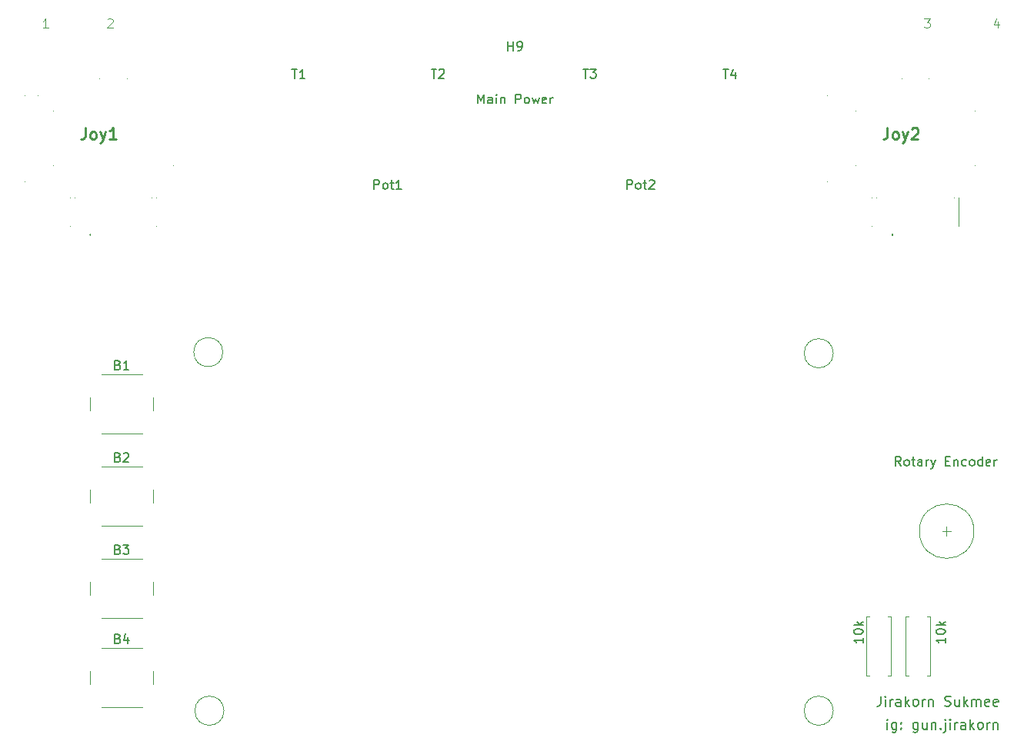
<source format=gbr>
%TF.GenerationSoftware,KiCad,Pcbnew,8.0.6*%
%TF.CreationDate,2024-11-18T15:04:43+07:00*%
%TF.ProjectId,RC-Transmitter,52432d54-7261-46e7-936d-69747465722e,V1.02*%
%TF.SameCoordinates,Original*%
%TF.FileFunction,Legend,Top*%
%TF.FilePolarity,Positive*%
%FSLAX46Y46*%
G04 Gerber Fmt 4.6, Leading zero omitted, Abs format (unit mm)*
G04 Created by KiCad (PCBNEW 8.0.6) date 2024-11-18 15:04:43*
%MOMM*%
%LPD*%
G01*
G04 APERTURE LIST*
%ADD10C,0.150000*%
%ADD11C,0.100000*%
%ADD12C,0.254000*%
%ADD13C,0.120000*%
%ADD14C,0.200000*%
G04 APERTURE END LIST*
D10*
X181317698Y-137577080D02*
X181317698Y-138362795D01*
X181317698Y-138362795D02*
X181265317Y-138519938D01*
X181265317Y-138519938D02*
X181160555Y-138624700D01*
X181160555Y-138624700D02*
X181003412Y-138677080D01*
X181003412Y-138677080D02*
X180898650Y-138677080D01*
X181841507Y-138677080D02*
X181841507Y-137943747D01*
X181841507Y-137577080D02*
X181789126Y-137629461D01*
X181789126Y-137629461D02*
X181841507Y-137681842D01*
X181841507Y-137681842D02*
X181893888Y-137629461D01*
X181893888Y-137629461D02*
X181841507Y-137577080D01*
X181841507Y-137577080D02*
X181841507Y-137681842D01*
X182365317Y-138677080D02*
X182365317Y-137943747D01*
X182365317Y-138153271D02*
X182417698Y-138048509D01*
X182417698Y-138048509D02*
X182470079Y-137996128D01*
X182470079Y-137996128D02*
X182574841Y-137943747D01*
X182574841Y-137943747D02*
X182679603Y-137943747D01*
X183517698Y-138677080D02*
X183517698Y-138100890D01*
X183517698Y-138100890D02*
X183465317Y-137996128D01*
X183465317Y-137996128D02*
X183360555Y-137943747D01*
X183360555Y-137943747D02*
X183151031Y-137943747D01*
X183151031Y-137943747D02*
X183046269Y-137996128D01*
X183517698Y-138624700D02*
X183412936Y-138677080D01*
X183412936Y-138677080D02*
X183151031Y-138677080D01*
X183151031Y-138677080D02*
X183046269Y-138624700D01*
X183046269Y-138624700D02*
X182993888Y-138519938D01*
X182993888Y-138519938D02*
X182993888Y-138415176D01*
X182993888Y-138415176D02*
X183046269Y-138310414D01*
X183046269Y-138310414D02*
X183151031Y-138258033D01*
X183151031Y-138258033D02*
X183412936Y-138258033D01*
X183412936Y-138258033D02*
X183517698Y-138205652D01*
X184041507Y-138677080D02*
X184041507Y-137577080D01*
X184146269Y-138258033D02*
X184460555Y-138677080D01*
X184460555Y-137943747D02*
X184041507Y-138362795D01*
X185089126Y-138677080D02*
X184984364Y-138624700D01*
X184984364Y-138624700D02*
X184931983Y-138572319D01*
X184931983Y-138572319D02*
X184879602Y-138467557D01*
X184879602Y-138467557D02*
X184879602Y-138153271D01*
X184879602Y-138153271D02*
X184931983Y-138048509D01*
X184931983Y-138048509D02*
X184984364Y-137996128D01*
X184984364Y-137996128D02*
X185089126Y-137943747D01*
X185089126Y-137943747D02*
X185246269Y-137943747D01*
X185246269Y-137943747D02*
X185351031Y-137996128D01*
X185351031Y-137996128D02*
X185403412Y-138048509D01*
X185403412Y-138048509D02*
X185455793Y-138153271D01*
X185455793Y-138153271D02*
X185455793Y-138467557D01*
X185455793Y-138467557D02*
X185403412Y-138572319D01*
X185403412Y-138572319D02*
X185351031Y-138624700D01*
X185351031Y-138624700D02*
X185246269Y-138677080D01*
X185246269Y-138677080D02*
X185089126Y-138677080D01*
X185927221Y-138677080D02*
X185927221Y-137943747D01*
X185927221Y-138153271D02*
X185979602Y-138048509D01*
X185979602Y-138048509D02*
X186031983Y-137996128D01*
X186031983Y-137996128D02*
X186136745Y-137943747D01*
X186136745Y-137943747D02*
X186241507Y-137943747D01*
X186608173Y-137943747D02*
X186608173Y-138677080D01*
X186608173Y-138048509D02*
X186660554Y-137996128D01*
X186660554Y-137996128D02*
X186765316Y-137943747D01*
X186765316Y-137943747D02*
X186922459Y-137943747D01*
X186922459Y-137943747D02*
X187027221Y-137996128D01*
X187027221Y-137996128D02*
X187079602Y-138100890D01*
X187079602Y-138100890D02*
X187079602Y-138677080D01*
X188389125Y-138624700D02*
X188546268Y-138677080D01*
X188546268Y-138677080D02*
X188808173Y-138677080D01*
X188808173Y-138677080D02*
X188912935Y-138624700D01*
X188912935Y-138624700D02*
X188965316Y-138572319D01*
X188965316Y-138572319D02*
X189017697Y-138467557D01*
X189017697Y-138467557D02*
X189017697Y-138362795D01*
X189017697Y-138362795D02*
X188965316Y-138258033D01*
X188965316Y-138258033D02*
X188912935Y-138205652D01*
X188912935Y-138205652D02*
X188808173Y-138153271D01*
X188808173Y-138153271D02*
X188598649Y-138100890D01*
X188598649Y-138100890D02*
X188493887Y-138048509D01*
X188493887Y-138048509D02*
X188441506Y-137996128D01*
X188441506Y-137996128D02*
X188389125Y-137891366D01*
X188389125Y-137891366D02*
X188389125Y-137786604D01*
X188389125Y-137786604D02*
X188441506Y-137681842D01*
X188441506Y-137681842D02*
X188493887Y-137629461D01*
X188493887Y-137629461D02*
X188598649Y-137577080D01*
X188598649Y-137577080D02*
X188860554Y-137577080D01*
X188860554Y-137577080D02*
X189017697Y-137629461D01*
X189960554Y-137943747D02*
X189960554Y-138677080D01*
X189489125Y-137943747D02*
X189489125Y-138519938D01*
X189489125Y-138519938D02*
X189541506Y-138624700D01*
X189541506Y-138624700D02*
X189646268Y-138677080D01*
X189646268Y-138677080D02*
X189803411Y-138677080D01*
X189803411Y-138677080D02*
X189908173Y-138624700D01*
X189908173Y-138624700D02*
X189960554Y-138572319D01*
X190484363Y-138677080D02*
X190484363Y-137577080D01*
X190589125Y-138258033D02*
X190903411Y-138677080D01*
X190903411Y-137943747D02*
X190484363Y-138362795D01*
X191374839Y-138677080D02*
X191374839Y-137943747D01*
X191374839Y-138048509D02*
X191427220Y-137996128D01*
X191427220Y-137996128D02*
X191531982Y-137943747D01*
X191531982Y-137943747D02*
X191689125Y-137943747D01*
X191689125Y-137943747D02*
X191793887Y-137996128D01*
X191793887Y-137996128D02*
X191846268Y-138100890D01*
X191846268Y-138100890D02*
X191846268Y-138677080D01*
X191846268Y-138100890D02*
X191898649Y-137996128D01*
X191898649Y-137996128D02*
X192003411Y-137943747D01*
X192003411Y-137943747D02*
X192160554Y-137943747D01*
X192160554Y-137943747D02*
X192265315Y-137996128D01*
X192265315Y-137996128D02*
X192317696Y-138100890D01*
X192317696Y-138100890D02*
X192317696Y-138677080D01*
X193260554Y-138624700D02*
X193155792Y-138677080D01*
X193155792Y-138677080D02*
X192946268Y-138677080D01*
X192946268Y-138677080D02*
X192841506Y-138624700D01*
X192841506Y-138624700D02*
X192789125Y-138519938D01*
X192789125Y-138519938D02*
X192789125Y-138100890D01*
X192789125Y-138100890D02*
X192841506Y-137996128D01*
X192841506Y-137996128D02*
X192946268Y-137943747D01*
X192946268Y-137943747D02*
X193155792Y-137943747D01*
X193155792Y-137943747D02*
X193260554Y-137996128D01*
X193260554Y-137996128D02*
X193312935Y-138100890D01*
X193312935Y-138100890D02*
X193312935Y-138205652D01*
X193312935Y-138205652D02*
X192789125Y-138310414D01*
X194203411Y-138624700D02*
X194098649Y-138677080D01*
X194098649Y-138677080D02*
X193889125Y-138677080D01*
X193889125Y-138677080D02*
X193784363Y-138624700D01*
X193784363Y-138624700D02*
X193731982Y-138519938D01*
X193731982Y-138519938D02*
X193731982Y-138100890D01*
X193731982Y-138100890D02*
X193784363Y-137996128D01*
X193784363Y-137996128D02*
X193889125Y-137943747D01*
X193889125Y-137943747D02*
X194098649Y-137943747D01*
X194098649Y-137943747D02*
X194203411Y-137996128D01*
X194203411Y-137996128D02*
X194255792Y-138100890D01*
X194255792Y-138100890D02*
X194255792Y-138205652D01*
X194255792Y-138205652D02*
X193731982Y-138310414D01*
X182051029Y-141217080D02*
X182051029Y-140483747D01*
X182051029Y-140117080D02*
X181998648Y-140169461D01*
X181998648Y-140169461D02*
X182051029Y-140221842D01*
X182051029Y-140221842D02*
X182103410Y-140169461D01*
X182103410Y-140169461D02*
X182051029Y-140117080D01*
X182051029Y-140117080D02*
X182051029Y-140221842D01*
X183046268Y-140483747D02*
X183046268Y-141374223D01*
X183046268Y-141374223D02*
X182993887Y-141478985D01*
X182993887Y-141478985D02*
X182941506Y-141531366D01*
X182941506Y-141531366D02*
X182836744Y-141583747D01*
X182836744Y-141583747D02*
X182679601Y-141583747D01*
X182679601Y-141583747D02*
X182574839Y-141531366D01*
X183046268Y-141164700D02*
X182941506Y-141217080D01*
X182941506Y-141217080D02*
X182731982Y-141217080D01*
X182731982Y-141217080D02*
X182627220Y-141164700D01*
X182627220Y-141164700D02*
X182574839Y-141112319D01*
X182574839Y-141112319D02*
X182522458Y-141007557D01*
X182522458Y-141007557D02*
X182522458Y-140693271D01*
X182522458Y-140693271D02*
X182574839Y-140588509D01*
X182574839Y-140588509D02*
X182627220Y-140536128D01*
X182627220Y-140536128D02*
X182731982Y-140483747D01*
X182731982Y-140483747D02*
X182941506Y-140483747D01*
X182941506Y-140483747D02*
X183046268Y-140536128D01*
X183570077Y-141112319D02*
X183622458Y-141164700D01*
X183622458Y-141164700D02*
X183570077Y-141217080D01*
X183570077Y-141217080D02*
X183517696Y-141164700D01*
X183517696Y-141164700D02*
X183570077Y-141112319D01*
X183570077Y-141112319D02*
X183570077Y-141217080D01*
X183570077Y-140536128D02*
X183622458Y-140588509D01*
X183622458Y-140588509D02*
X183570077Y-140640890D01*
X183570077Y-140640890D02*
X183517696Y-140588509D01*
X183517696Y-140588509D02*
X183570077Y-140536128D01*
X183570077Y-140536128D02*
X183570077Y-140640890D01*
X185403411Y-140483747D02*
X185403411Y-141374223D01*
X185403411Y-141374223D02*
X185351030Y-141478985D01*
X185351030Y-141478985D02*
X185298649Y-141531366D01*
X185298649Y-141531366D02*
X185193887Y-141583747D01*
X185193887Y-141583747D02*
X185036744Y-141583747D01*
X185036744Y-141583747D02*
X184931982Y-141531366D01*
X185403411Y-141164700D02*
X185298649Y-141217080D01*
X185298649Y-141217080D02*
X185089125Y-141217080D01*
X185089125Y-141217080D02*
X184984363Y-141164700D01*
X184984363Y-141164700D02*
X184931982Y-141112319D01*
X184931982Y-141112319D02*
X184879601Y-141007557D01*
X184879601Y-141007557D02*
X184879601Y-140693271D01*
X184879601Y-140693271D02*
X184931982Y-140588509D01*
X184931982Y-140588509D02*
X184984363Y-140536128D01*
X184984363Y-140536128D02*
X185089125Y-140483747D01*
X185089125Y-140483747D02*
X185298649Y-140483747D01*
X185298649Y-140483747D02*
X185403411Y-140536128D01*
X186398649Y-140483747D02*
X186398649Y-141217080D01*
X185927220Y-140483747D02*
X185927220Y-141059938D01*
X185927220Y-141059938D02*
X185979601Y-141164700D01*
X185979601Y-141164700D02*
X186084363Y-141217080D01*
X186084363Y-141217080D02*
X186241506Y-141217080D01*
X186241506Y-141217080D02*
X186346268Y-141164700D01*
X186346268Y-141164700D02*
X186398649Y-141112319D01*
X186922458Y-140483747D02*
X186922458Y-141217080D01*
X186922458Y-140588509D02*
X186974839Y-140536128D01*
X186974839Y-140536128D02*
X187079601Y-140483747D01*
X187079601Y-140483747D02*
X187236744Y-140483747D01*
X187236744Y-140483747D02*
X187341506Y-140536128D01*
X187341506Y-140536128D02*
X187393887Y-140640890D01*
X187393887Y-140640890D02*
X187393887Y-141217080D01*
X187917696Y-141112319D02*
X187970077Y-141164700D01*
X187970077Y-141164700D02*
X187917696Y-141217080D01*
X187917696Y-141217080D02*
X187865315Y-141164700D01*
X187865315Y-141164700D02*
X187917696Y-141112319D01*
X187917696Y-141112319D02*
X187917696Y-141217080D01*
X188441506Y-140483747D02*
X188441506Y-141426604D01*
X188441506Y-141426604D02*
X188389125Y-141531366D01*
X188389125Y-141531366D02*
X188284363Y-141583747D01*
X188284363Y-141583747D02*
X188231982Y-141583747D01*
X188441506Y-140117080D02*
X188389125Y-140169461D01*
X188389125Y-140169461D02*
X188441506Y-140221842D01*
X188441506Y-140221842D02*
X188493887Y-140169461D01*
X188493887Y-140169461D02*
X188441506Y-140117080D01*
X188441506Y-140117080D02*
X188441506Y-140221842D01*
X188965316Y-141217080D02*
X188965316Y-140483747D01*
X188965316Y-140117080D02*
X188912935Y-140169461D01*
X188912935Y-140169461D02*
X188965316Y-140221842D01*
X188965316Y-140221842D02*
X189017697Y-140169461D01*
X189017697Y-140169461D02*
X188965316Y-140117080D01*
X188965316Y-140117080D02*
X188965316Y-140221842D01*
X189489126Y-141217080D02*
X189489126Y-140483747D01*
X189489126Y-140693271D02*
X189541507Y-140588509D01*
X189541507Y-140588509D02*
X189593888Y-140536128D01*
X189593888Y-140536128D02*
X189698650Y-140483747D01*
X189698650Y-140483747D02*
X189803412Y-140483747D01*
X190641507Y-141217080D02*
X190641507Y-140640890D01*
X190641507Y-140640890D02*
X190589126Y-140536128D01*
X190589126Y-140536128D02*
X190484364Y-140483747D01*
X190484364Y-140483747D02*
X190274840Y-140483747D01*
X190274840Y-140483747D02*
X190170078Y-140536128D01*
X190641507Y-141164700D02*
X190536745Y-141217080D01*
X190536745Y-141217080D02*
X190274840Y-141217080D01*
X190274840Y-141217080D02*
X190170078Y-141164700D01*
X190170078Y-141164700D02*
X190117697Y-141059938D01*
X190117697Y-141059938D02*
X190117697Y-140955176D01*
X190117697Y-140955176D02*
X190170078Y-140850414D01*
X190170078Y-140850414D02*
X190274840Y-140798033D01*
X190274840Y-140798033D02*
X190536745Y-140798033D01*
X190536745Y-140798033D02*
X190641507Y-140745652D01*
X191165316Y-141217080D02*
X191165316Y-140117080D01*
X191270078Y-140798033D02*
X191584364Y-141217080D01*
X191584364Y-140483747D02*
X191165316Y-140902795D01*
X192212935Y-141217080D02*
X192108173Y-141164700D01*
X192108173Y-141164700D02*
X192055792Y-141112319D01*
X192055792Y-141112319D02*
X192003411Y-141007557D01*
X192003411Y-141007557D02*
X192003411Y-140693271D01*
X192003411Y-140693271D02*
X192055792Y-140588509D01*
X192055792Y-140588509D02*
X192108173Y-140536128D01*
X192108173Y-140536128D02*
X192212935Y-140483747D01*
X192212935Y-140483747D02*
X192370078Y-140483747D01*
X192370078Y-140483747D02*
X192474840Y-140536128D01*
X192474840Y-140536128D02*
X192527221Y-140588509D01*
X192527221Y-140588509D02*
X192579602Y-140693271D01*
X192579602Y-140693271D02*
X192579602Y-141007557D01*
X192579602Y-141007557D02*
X192527221Y-141112319D01*
X192527221Y-141112319D02*
X192474840Y-141164700D01*
X192474840Y-141164700D02*
X192370078Y-141217080D01*
X192370078Y-141217080D02*
X192212935Y-141217080D01*
X193051030Y-141217080D02*
X193051030Y-140483747D01*
X193051030Y-140693271D02*
X193103411Y-140588509D01*
X193103411Y-140588509D02*
X193155792Y-140536128D01*
X193155792Y-140536128D02*
X193260554Y-140483747D01*
X193260554Y-140483747D02*
X193365316Y-140483747D01*
X193731982Y-140483747D02*
X193731982Y-141217080D01*
X193731982Y-140588509D02*
X193784363Y-140536128D01*
X193784363Y-140536128D02*
X193889125Y-140483747D01*
X193889125Y-140483747D02*
X194046268Y-140483747D01*
X194046268Y-140483747D02*
X194151030Y-140536128D01*
X194151030Y-140536128D02*
X194203411Y-140640890D01*
X194203411Y-140640890D02*
X194203411Y-141217080D01*
X116525383Y-68549439D02*
X117096811Y-68549439D01*
X116811097Y-69549439D02*
X116811097Y-68549439D01*
X117953954Y-69549439D02*
X117382526Y-69549439D01*
X117668240Y-69549439D02*
X117668240Y-68549439D01*
X117668240Y-68549439D02*
X117573002Y-68692296D01*
X117573002Y-68692296D02*
X117477764Y-68787534D01*
X117477764Y-68787534D02*
X117382526Y-68835153D01*
X183539427Y-112214819D02*
X183206094Y-111738628D01*
X182967999Y-112214819D02*
X182967999Y-111214819D01*
X182967999Y-111214819D02*
X183348951Y-111214819D01*
X183348951Y-111214819D02*
X183444189Y-111262438D01*
X183444189Y-111262438D02*
X183491808Y-111310057D01*
X183491808Y-111310057D02*
X183539427Y-111405295D01*
X183539427Y-111405295D02*
X183539427Y-111548152D01*
X183539427Y-111548152D02*
X183491808Y-111643390D01*
X183491808Y-111643390D02*
X183444189Y-111691009D01*
X183444189Y-111691009D02*
X183348951Y-111738628D01*
X183348951Y-111738628D02*
X182967999Y-111738628D01*
X184110856Y-112214819D02*
X184015618Y-112167200D01*
X184015618Y-112167200D02*
X183967999Y-112119580D01*
X183967999Y-112119580D02*
X183920380Y-112024342D01*
X183920380Y-112024342D02*
X183920380Y-111738628D01*
X183920380Y-111738628D02*
X183967999Y-111643390D01*
X183967999Y-111643390D02*
X184015618Y-111595771D01*
X184015618Y-111595771D02*
X184110856Y-111548152D01*
X184110856Y-111548152D02*
X184253713Y-111548152D01*
X184253713Y-111548152D02*
X184348951Y-111595771D01*
X184348951Y-111595771D02*
X184396570Y-111643390D01*
X184396570Y-111643390D02*
X184444189Y-111738628D01*
X184444189Y-111738628D02*
X184444189Y-112024342D01*
X184444189Y-112024342D02*
X184396570Y-112119580D01*
X184396570Y-112119580D02*
X184348951Y-112167200D01*
X184348951Y-112167200D02*
X184253713Y-112214819D01*
X184253713Y-112214819D02*
X184110856Y-112214819D01*
X184729904Y-111548152D02*
X185110856Y-111548152D01*
X184872761Y-111214819D02*
X184872761Y-112071961D01*
X184872761Y-112071961D02*
X184920380Y-112167200D01*
X184920380Y-112167200D02*
X185015618Y-112214819D01*
X185015618Y-112214819D02*
X185110856Y-112214819D01*
X185872761Y-112214819D02*
X185872761Y-111691009D01*
X185872761Y-111691009D02*
X185825142Y-111595771D01*
X185825142Y-111595771D02*
X185729904Y-111548152D01*
X185729904Y-111548152D02*
X185539428Y-111548152D01*
X185539428Y-111548152D02*
X185444190Y-111595771D01*
X185872761Y-112167200D02*
X185777523Y-112214819D01*
X185777523Y-112214819D02*
X185539428Y-112214819D01*
X185539428Y-112214819D02*
X185444190Y-112167200D01*
X185444190Y-112167200D02*
X185396571Y-112071961D01*
X185396571Y-112071961D02*
X185396571Y-111976723D01*
X185396571Y-111976723D02*
X185444190Y-111881485D01*
X185444190Y-111881485D02*
X185539428Y-111833866D01*
X185539428Y-111833866D02*
X185777523Y-111833866D01*
X185777523Y-111833866D02*
X185872761Y-111786247D01*
X186348952Y-112214819D02*
X186348952Y-111548152D01*
X186348952Y-111738628D02*
X186396571Y-111643390D01*
X186396571Y-111643390D02*
X186444190Y-111595771D01*
X186444190Y-111595771D02*
X186539428Y-111548152D01*
X186539428Y-111548152D02*
X186634666Y-111548152D01*
X186872762Y-111548152D02*
X187110857Y-112214819D01*
X187348952Y-111548152D02*
X187110857Y-112214819D01*
X187110857Y-112214819D02*
X187015619Y-112452914D01*
X187015619Y-112452914D02*
X186968000Y-112500533D01*
X186968000Y-112500533D02*
X186872762Y-112548152D01*
X188491810Y-111691009D02*
X188825143Y-111691009D01*
X188968000Y-112214819D02*
X188491810Y-112214819D01*
X188491810Y-112214819D02*
X188491810Y-111214819D01*
X188491810Y-111214819D02*
X188968000Y-111214819D01*
X189396572Y-111548152D02*
X189396572Y-112214819D01*
X189396572Y-111643390D02*
X189444191Y-111595771D01*
X189444191Y-111595771D02*
X189539429Y-111548152D01*
X189539429Y-111548152D02*
X189682286Y-111548152D01*
X189682286Y-111548152D02*
X189777524Y-111595771D01*
X189777524Y-111595771D02*
X189825143Y-111691009D01*
X189825143Y-111691009D02*
X189825143Y-112214819D01*
X190729905Y-112167200D02*
X190634667Y-112214819D01*
X190634667Y-112214819D02*
X190444191Y-112214819D01*
X190444191Y-112214819D02*
X190348953Y-112167200D01*
X190348953Y-112167200D02*
X190301334Y-112119580D01*
X190301334Y-112119580D02*
X190253715Y-112024342D01*
X190253715Y-112024342D02*
X190253715Y-111738628D01*
X190253715Y-111738628D02*
X190301334Y-111643390D01*
X190301334Y-111643390D02*
X190348953Y-111595771D01*
X190348953Y-111595771D02*
X190444191Y-111548152D01*
X190444191Y-111548152D02*
X190634667Y-111548152D01*
X190634667Y-111548152D02*
X190729905Y-111595771D01*
X191301334Y-112214819D02*
X191206096Y-112167200D01*
X191206096Y-112167200D02*
X191158477Y-112119580D01*
X191158477Y-112119580D02*
X191110858Y-112024342D01*
X191110858Y-112024342D02*
X191110858Y-111738628D01*
X191110858Y-111738628D02*
X191158477Y-111643390D01*
X191158477Y-111643390D02*
X191206096Y-111595771D01*
X191206096Y-111595771D02*
X191301334Y-111548152D01*
X191301334Y-111548152D02*
X191444191Y-111548152D01*
X191444191Y-111548152D02*
X191539429Y-111595771D01*
X191539429Y-111595771D02*
X191587048Y-111643390D01*
X191587048Y-111643390D02*
X191634667Y-111738628D01*
X191634667Y-111738628D02*
X191634667Y-112024342D01*
X191634667Y-112024342D02*
X191587048Y-112119580D01*
X191587048Y-112119580D02*
X191539429Y-112167200D01*
X191539429Y-112167200D02*
X191444191Y-112214819D01*
X191444191Y-112214819D02*
X191301334Y-112214819D01*
X192491810Y-112214819D02*
X192491810Y-111214819D01*
X192491810Y-112167200D02*
X192396572Y-112214819D01*
X192396572Y-112214819D02*
X192206096Y-112214819D01*
X192206096Y-112214819D02*
X192110858Y-112167200D01*
X192110858Y-112167200D02*
X192063239Y-112119580D01*
X192063239Y-112119580D02*
X192015620Y-112024342D01*
X192015620Y-112024342D02*
X192015620Y-111738628D01*
X192015620Y-111738628D02*
X192063239Y-111643390D01*
X192063239Y-111643390D02*
X192110858Y-111595771D01*
X192110858Y-111595771D02*
X192206096Y-111548152D01*
X192206096Y-111548152D02*
X192396572Y-111548152D01*
X192396572Y-111548152D02*
X192491810Y-111595771D01*
X193348953Y-112167200D02*
X193253715Y-112214819D01*
X193253715Y-112214819D02*
X193063239Y-112214819D01*
X193063239Y-112214819D02*
X192968001Y-112167200D01*
X192968001Y-112167200D02*
X192920382Y-112071961D01*
X192920382Y-112071961D02*
X192920382Y-111691009D01*
X192920382Y-111691009D02*
X192968001Y-111595771D01*
X192968001Y-111595771D02*
X193063239Y-111548152D01*
X193063239Y-111548152D02*
X193253715Y-111548152D01*
X193253715Y-111548152D02*
X193348953Y-111595771D01*
X193348953Y-111595771D02*
X193396572Y-111691009D01*
X193396572Y-111691009D02*
X193396572Y-111786247D01*
X193396572Y-111786247D02*
X192920382Y-111881485D01*
X193825144Y-112214819D02*
X193825144Y-111548152D01*
X193825144Y-111738628D02*
X193872763Y-111643390D01*
X193872763Y-111643390D02*
X193920382Y-111595771D01*
X193920382Y-111595771D02*
X194015620Y-111548152D01*
X194015620Y-111548152D02*
X194110858Y-111548152D01*
X179356364Y-131151238D02*
X179356364Y-131722666D01*
X179356364Y-131436952D02*
X178356364Y-131436952D01*
X178356364Y-131436952D02*
X178499221Y-131532190D01*
X178499221Y-131532190D02*
X178594459Y-131627428D01*
X178594459Y-131627428D02*
X178642078Y-131722666D01*
X178356364Y-130532190D02*
X178356364Y-130436952D01*
X178356364Y-130436952D02*
X178403983Y-130341714D01*
X178403983Y-130341714D02*
X178451602Y-130294095D01*
X178451602Y-130294095D02*
X178546840Y-130246476D01*
X178546840Y-130246476D02*
X178737316Y-130198857D01*
X178737316Y-130198857D02*
X178975411Y-130198857D01*
X178975411Y-130198857D02*
X179165887Y-130246476D01*
X179165887Y-130246476D02*
X179261125Y-130294095D01*
X179261125Y-130294095D02*
X179308745Y-130341714D01*
X179308745Y-130341714D02*
X179356364Y-130436952D01*
X179356364Y-130436952D02*
X179356364Y-130532190D01*
X179356364Y-130532190D02*
X179308745Y-130627428D01*
X179308745Y-130627428D02*
X179261125Y-130675047D01*
X179261125Y-130675047D02*
X179165887Y-130722666D01*
X179165887Y-130722666D02*
X178975411Y-130770285D01*
X178975411Y-130770285D02*
X178737316Y-130770285D01*
X178737316Y-130770285D02*
X178546840Y-130722666D01*
X178546840Y-130722666D02*
X178451602Y-130675047D01*
X178451602Y-130675047D02*
X178403983Y-130627428D01*
X178403983Y-130627428D02*
X178356364Y-130532190D01*
X179356364Y-129770285D02*
X178356364Y-129770285D01*
X178975411Y-129675047D02*
X179356364Y-129389333D01*
X178689697Y-129389333D02*
X179070649Y-129770285D01*
X97385238Y-121411009D02*
X97528095Y-121458628D01*
X97528095Y-121458628D02*
X97575714Y-121506247D01*
X97575714Y-121506247D02*
X97623333Y-121601485D01*
X97623333Y-121601485D02*
X97623333Y-121744342D01*
X97623333Y-121744342D02*
X97575714Y-121839580D01*
X97575714Y-121839580D02*
X97528095Y-121887200D01*
X97528095Y-121887200D02*
X97432857Y-121934819D01*
X97432857Y-121934819D02*
X97051905Y-121934819D01*
X97051905Y-121934819D02*
X97051905Y-120934819D01*
X97051905Y-120934819D02*
X97385238Y-120934819D01*
X97385238Y-120934819D02*
X97480476Y-120982438D01*
X97480476Y-120982438D02*
X97528095Y-121030057D01*
X97528095Y-121030057D02*
X97575714Y-121125295D01*
X97575714Y-121125295D02*
X97575714Y-121220533D01*
X97575714Y-121220533D02*
X97528095Y-121315771D01*
X97528095Y-121315771D02*
X97480476Y-121363390D01*
X97480476Y-121363390D02*
X97385238Y-121411009D01*
X97385238Y-121411009D02*
X97051905Y-121411009D01*
X97956667Y-120934819D02*
X98575714Y-120934819D01*
X98575714Y-120934819D02*
X98242381Y-121315771D01*
X98242381Y-121315771D02*
X98385238Y-121315771D01*
X98385238Y-121315771D02*
X98480476Y-121363390D01*
X98480476Y-121363390D02*
X98528095Y-121411009D01*
X98528095Y-121411009D02*
X98575714Y-121506247D01*
X98575714Y-121506247D02*
X98575714Y-121744342D01*
X98575714Y-121744342D02*
X98528095Y-121839580D01*
X98528095Y-121839580D02*
X98480476Y-121887200D01*
X98480476Y-121887200D02*
X98385238Y-121934819D01*
X98385238Y-121934819D02*
X98099524Y-121934819D01*
X98099524Y-121934819D02*
X98004286Y-121887200D01*
X98004286Y-121887200D02*
X97956667Y-121839580D01*
X140300015Y-66494819D02*
X140300015Y-65494819D01*
X140300015Y-65971009D02*
X140871443Y-65971009D01*
X140871443Y-66494819D02*
X140871443Y-65494819D01*
X141395253Y-66494819D02*
X141585729Y-66494819D01*
X141585729Y-66494819D02*
X141680967Y-66447200D01*
X141680967Y-66447200D02*
X141728586Y-66399580D01*
X141728586Y-66399580D02*
X141823824Y-66256723D01*
X141823824Y-66256723D02*
X141871443Y-66066247D01*
X141871443Y-66066247D02*
X141871443Y-65685295D01*
X141871443Y-65685295D02*
X141823824Y-65590057D01*
X141823824Y-65590057D02*
X141776205Y-65542438D01*
X141776205Y-65542438D02*
X141680967Y-65494819D01*
X141680967Y-65494819D02*
X141490491Y-65494819D01*
X141490491Y-65494819D02*
X141395253Y-65542438D01*
X141395253Y-65542438D02*
X141347634Y-65590057D01*
X141347634Y-65590057D02*
X141300015Y-65685295D01*
X141300015Y-65685295D02*
X141300015Y-65923390D01*
X141300015Y-65923390D02*
X141347634Y-66018628D01*
X141347634Y-66018628D02*
X141395253Y-66066247D01*
X141395253Y-66066247D02*
X141490491Y-66113866D01*
X141490491Y-66113866D02*
X141680967Y-66113866D01*
X141680967Y-66113866D02*
X141776205Y-66066247D01*
X141776205Y-66066247D02*
X141823824Y-66018628D01*
X141823824Y-66018628D02*
X141871443Y-65923390D01*
X148564297Y-68511579D02*
X149135725Y-68511579D01*
X148850011Y-69511579D02*
X148850011Y-68511579D01*
X149373821Y-68511579D02*
X149992868Y-68511579D01*
X149992868Y-68511579D02*
X149659535Y-68892531D01*
X149659535Y-68892531D02*
X149802392Y-68892531D01*
X149802392Y-68892531D02*
X149897630Y-68940150D01*
X149897630Y-68940150D02*
X149945249Y-68987769D01*
X149945249Y-68987769D02*
X149992868Y-69083007D01*
X149992868Y-69083007D02*
X149992868Y-69321102D01*
X149992868Y-69321102D02*
X149945249Y-69416340D01*
X149945249Y-69416340D02*
X149897630Y-69463960D01*
X149897630Y-69463960D02*
X149802392Y-69511579D01*
X149802392Y-69511579D02*
X149516678Y-69511579D01*
X149516678Y-69511579D02*
X149421440Y-69463960D01*
X149421440Y-69463960D02*
X149373821Y-69416340D01*
D11*
X96234286Y-63052657D02*
X96281905Y-63005038D01*
X96281905Y-63005038D02*
X96377143Y-62957419D01*
X96377143Y-62957419D02*
X96615238Y-62957419D01*
X96615238Y-62957419D02*
X96710476Y-63005038D01*
X96710476Y-63005038D02*
X96758095Y-63052657D01*
X96758095Y-63052657D02*
X96805714Y-63147895D01*
X96805714Y-63147895D02*
X96805714Y-63243133D01*
X96805714Y-63243133D02*
X96758095Y-63385990D01*
X96758095Y-63385990D02*
X96186667Y-63957419D01*
X96186667Y-63957419D02*
X96805714Y-63957419D01*
D10*
X97385238Y-131231009D02*
X97528095Y-131278628D01*
X97528095Y-131278628D02*
X97575714Y-131326247D01*
X97575714Y-131326247D02*
X97623333Y-131421485D01*
X97623333Y-131421485D02*
X97623333Y-131564342D01*
X97623333Y-131564342D02*
X97575714Y-131659580D01*
X97575714Y-131659580D02*
X97528095Y-131707200D01*
X97528095Y-131707200D02*
X97432857Y-131754819D01*
X97432857Y-131754819D02*
X97051905Y-131754819D01*
X97051905Y-131754819D02*
X97051905Y-130754819D01*
X97051905Y-130754819D02*
X97385238Y-130754819D01*
X97385238Y-130754819D02*
X97480476Y-130802438D01*
X97480476Y-130802438D02*
X97528095Y-130850057D01*
X97528095Y-130850057D02*
X97575714Y-130945295D01*
X97575714Y-130945295D02*
X97575714Y-131040533D01*
X97575714Y-131040533D02*
X97528095Y-131135771D01*
X97528095Y-131135771D02*
X97480476Y-131183390D01*
X97480476Y-131183390D02*
X97385238Y-131231009D01*
X97385238Y-131231009D02*
X97051905Y-131231009D01*
X98480476Y-131088152D02*
X98480476Y-131754819D01*
X98242381Y-130707200D02*
X98004286Y-131421485D01*
X98004286Y-131421485D02*
X98623333Y-131421485D01*
X97385238Y-111251009D02*
X97528095Y-111298628D01*
X97528095Y-111298628D02*
X97575714Y-111346247D01*
X97575714Y-111346247D02*
X97623333Y-111441485D01*
X97623333Y-111441485D02*
X97623333Y-111584342D01*
X97623333Y-111584342D02*
X97575714Y-111679580D01*
X97575714Y-111679580D02*
X97528095Y-111727200D01*
X97528095Y-111727200D02*
X97432857Y-111774819D01*
X97432857Y-111774819D02*
X97051905Y-111774819D01*
X97051905Y-111774819D02*
X97051905Y-110774819D01*
X97051905Y-110774819D02*
X97385238Y-110774819D01*
X97385238Y-110774819D02*
X97480476Y-110822438D01*
X97480476Y-110822438D02*
X97528095Y-110870057D01*
X97528095Y-110870057D02*
X97575714Y-110965295D01*
X97575714Y-110965295D02*
X97575714Y-111060533D01*
X97575714Y-111060533D02*
X97528095Y-111155771D01*
X97528095Y-111155771D02*
X97480476Y-111203390D01*
X97480476Y-111203390D02*
X97385238Y-111251009D01*
X97385238Y-111251009D02*
X97051905Y-111251009D01*
X98004286Y-110870057D02*
X98051905Y-110822438D01*
X98051905Y-110822438D02*
X98147143Y-110774819D01*
X98147143Y-110774819D02*
X98385238Y-110774819D01*
X98385238Y-110774819D02*
X98480476Y-110822438D01*
X98480476Y-110822438D02*
X98528095Y-110870057D01*
X98528095Y-110870057D02*
X98575714Y-110965295D01*
X98575714Y-110965295D02*
X98575714Y-111060533D01*
X98575714Y-111060533D02*
X98528095Y-111203390D01*
X98528095Y-111203390D02*
X97956667Y-111774819D01*
X97956667Y-111774819D02*
X98575714Y-111774819D01*
X97385238Y-101091009D02*
X97528095Y-101138628D01*
X97528095Y-101138628D02*
X97575714Y-101186247D01*
X97575714Y-101186247D02*
X97623333Y-101281485D01*
X97623333Y-101281485D02*
X97623333Y-101424342D01*
X97623333Y-101424342D02*
X97575714Y-101519580D01*
X97575714Y-101519580D02*
X97528095Y-101567200D01*
X97528095Y-101567200D02*
X97432857Y-101614819D01*
X97432857Y-101614819D02*
X97051905Y-101614819D01*
X97051905Y-101614819D02*
X97051905Y-100614819D01*
X97051905Y-100614819D02*
X97385238Y-100614819D01*
X97385238Y-100614819D02*
X97480476Y-100662438D01*
X97480476Y-100662438D02*
X97528095Y-100710057D01*
X97528095Y-100710057D02*
X97575714Y-100805295D01*
X97575714Y-100805295D02*
X97575714Y-100900533D01*
X97575714Y-100900533D02*
X97528095Y-100995771D01*
X97528095Y-100995771D02*
X97480476Y-101043390D01*
X97480476Y-101043390D02*
X97385238Y-101091009D01*
X97385238Y-101091009D02*
X97051905Y-101091009D01*
X98575714Y-101614819D02*
X98004286Y-101614819D01*
X98290000Y-101614819D02*
X98290000Y-100614819D01*
X98290000Y-100614819D02*
X98194762Y-100757676D01*
X98194762Y-100757676D02*
X98099524Y-100852914D01*
X98099524Y-100852914D02*
X98004286Y-100900533D01*
D11*
X89693714Y-63957419D02*
X89122286Y-63957419D01*
X89408000Y-63957419D02*
X89408000Y-62957419D01*
X89408000Y-62957419D02*
X89312762Y-63100276D01*
X89312762Y-63100276D02*
X89217524Y-63195514D01*
X89217524Y-63195514D02*
X89122286Y-63243133D01*
D10*
X136973911Y-72289181D02*
X136973911Y-71289181D01*
X136973911Y-71289181D02*
X137307244Y-72003466D01*
X137307244Y-72003466D02*
X137640577Y-71289181D01*
X137640577Y-71289181D02*
X137640577Y-72289181D01*
X138545339Y-72289181D02*
X138545339Y-71765371D01*
X138545339Y-71765371D02*
X138497720Y-71670133D01*
X138497720Y-71670133D02*
X138402482Y-71622514D01*
X138402482Y-71622514D02*
X138212006Y-71622514D01*
X138212006Y-71622514D02*
X138116768Y-71670133D01*
X138545339Y-72241562D02*
X138450101Y-72289181D01*
X138450101Y-72289181D02*
X138212006Y-72289181D01*
X138212006Y-72289181D02*
X138116768Y-72241562D01*
X138116768Y-72241562D02*
X138069149Y-72146323D01*
X138069149Y-72146323D02*
X138069149Y-72051085D01*
X138069149Y-72051085D02*
X138116768Y-71955847D01*
X138116768Y-71955847D02*
X138212006Y-71908228D01*
X138212006Y-71908228D02*
X138450101Y-71908228D01*
X138450101Y-71908228D02*
X138545339Y-71860609D01*
X139021530Y-72289181D02*
X139021530Y-71622514D01*
X139021530Y-71289181D02*
X138973911Y-71336800D01*
X138973911Y-71336800D02*
X139021530Y-71384419D01*
X139021530Y-71384419D02*
X139069149Y-71336800D01*
X139069149Y-71336800D02*
X139021530Y-71289181D01*
X139021530Y-71289181D02*
X139021530Y-71384419D01*
X139497720Y-71622514D02*
X139497720Y-72289181D01*
X139497720Y-71717752D02*
X139545339Y-71670133D01*
X139545339Y-71670133D02*
X139640577Y-71622514D01*
X139640577Y-71622514D02*
X139783434Y-71622514D01*
X139783434Y-71622514D02*
X139878672Y-71670133D01*
X139878672Y-71670133D02*
X139926291Y-71765371D01*
X139926291Y-71765371D02*
X139926291Y-72289181D01*
X141164387Y-72289181D02*
X141164387Y-71289181D01*
X141164387Y-71289181D02*
X141545339Y-71289181D01*
X141545339Y-71289181D02*
X141640577Y-71336800D01*
X141640577Y-71336800D02*
X141688196Y-71384419D01*
X141688196Y-71384419D02*
X141735815Y-71479657D01*
X141735815Y-71479657D02*
X141735815Y-71622514D01*
X141735815Y-71622514D02*
X141688196Y-71717752D01*
X141688196Y-71717752D02*
X141640577Y-71765371D01*
X141640577Y-71765371D02*
X141545339Y-71812990D01*
X141545339Y-71812990D02*
X141164387Y-71812990D01*
X142307244Y-72289181D02*
X142212006Y-72241562D01*
X142212006Y-72241562D02*
X142164387Y-72193942D01*
X142164387Y-72193942D02*
X142116768Y-72098704D01*
X142116768Y-72098704D02*
X142116768Y-71812990D01*
X142116768Y-71812990D02*
X142164387Y-71717752D01*
X142164387Y-71717752D02*
X142212006Y-71670133D01*
X142212006Y-71670133D02*
X142307244Y-71622514D01*
X142307244Y-71622514D02*
X142450101Y-71622514D01*
X142450101Y-71622514D02*
X142545339Y-71670133D01*
X142545339Y-71670133D02*
X142592958Y-71717752D01*
X142592958Y-71717752D02*
X142640577Y-71812990D01*
X142640577Y-71812990D02*
X142640577Y-72098704D01*
X142640577Y-72098704D02*
X142592958Y-72193942D01*
X142592958Y-72193942D02*
X142545339Y-72241562D01*
X142545339Y-72241562D02*
X142450101Y-72289181D01*
X142450101Y-72289181D02*
X142307244Y-72289181D01*
X142973911Y-71622514D02*
X143164387Y-72289181D01*
X143164387Y-72289181D02*
X143354863Y-71812990D01*
X143354863Y-71812990D02*
X143545339Y-72289181D01*
X143545339Y-72289181D02*
X143735815Y-71622514D01*
X144497720Y-72241562D02*
X144402482Y-72289181D01*
X144402482Y-72289181D02*
X144212006Y-72289181D01*
X144212006Y-72289181D02*
X144116768Y-72241562D01*
X144116768Y-72241562D02*
X144069149Y-72146323D01*
X144069149Y-72146323D02*
X144069149Y-71765371D01*
X144069149Y-71765371D02*
X144116768Y-71670133D01*
X144116768Y-71670133D02*
X144212006Y-71622514D01*
X144212006Y-71622514D02*
X144402482Y-71622514D01*
X144402482Y-71622514D02*
X144497720Y-71670133D01*
X144497720Y-71670133D02*
X144545339Y-71765371D01*
X144545339Y-71765371D02*
X144545339Y-71860609D01*
X144545339Y-71860609D02*
X144069149Y-71955847D01*
X144973911Y-72289181D02*
X144973911Y-71622514D01*
X144973911Y-71812990D02*
X145021530Y-71717752D01*
X145021530Y-71717752D02*
X145069149Y-71670133D01*
X145069149Y-71670133D02*
X145164387Y-71622514D01*
X145164387Y-71622514D02*
X145259625Y-71622514D01*
X163973192Y-68549439D02*
X164544620Y-68549439D01*
X164258906Y-69549439D02*
X164258906Y-68549439D01*
X165306525Y-68882772D02*
X165306525Y-69549439D01*
X165068430Y-68501820D02*
X164830335Y-69216105D01*
X164830335Y-69216105D02*
X165449382Y-69216105D01*
X125571809Y-81734819D02*
X125571809Y-80734819D01*
X125571809Y-80734819D02*
X125952761Y-80734819D01*
X125952761Y-80734819D02*
X126047999Y-80782438D01*
X126047999Y-80782438D02*
X126095618Y-80830057D01*
X126095618Y-80830057D02*
X126143237Y-80925295D01*
X126143237Y-80925295D02*
X126143237Y-81068152D01*
X126143237Y-81068152D02*
X126095618Y-81163390D01*
X126095618Y-81163390D02*
X126047999Y-81211009D01*
X126047999Y-81211009D02*
X125952761Y-81258628D01*
X125952761Y-81258628D02*
X125571809Y-81258628D01*
X126714666Y-81734819D02*
X126619428Y-81687200D01*
X126619428Y-81687200D02*
X126571809Y-81639580D01*
X126571809Y-81639580D02*
X126524190Y-81544342D01*
X126524190Y-81544342D02*
X126524190Y-81258628D01*
X126524190Y-81258628D02*
X126571809Y-81163390D01*
X126571809Y-81163390D02*
X126619428Y-81115771D01*
X126619428Y-81115771D02*
X126714666Y-81068152D01*
X126714666Y-81068152D02*
X126857523Y-81068152D01*
X126857523Y-81068152D02*
X126952761Y-81115771D01*
X126952761Y-81115771D02*
X127000380Y-81163390D01*
X127000380Y-81163390D02*
X127047999Y-81258628D01*
X127047999Y-81258628D02*
X127047999Y-81544342D01*
X127047999Y-81544342D02*
X127000380Y-81639580D01*
X127000380Y-81639580D02*
X126952761Y-81687200D01*
X126952761Y-81687200D02*
X126857523Y-81734819D01*
X126857523Y-81734819D02*
X126714666Y-81734819D01*
X127333714Y-81068152D02*
X127714666Y-81068152D01*
X127476571Y-80734819D02*
X127476571Y-81591961D01*
X127476571Y-81591961D02*
X127524190Y-81687200D01*
X127524190Y-81687200D02*
X127619428Y-81734819D01*
X127619428Y-81734819D02*
X127714666Y-81734819D01*
X128571809Y-81734819D02*
X128000381Y-81734819D01*
X128286095Y-81734819D02*
X128286095Y-80734819D01*
X128286095Y-80734819D02*
X128190857Y-80877676D01*
X128190857Y-80877676D02*
X128095619Y-80972914D01*
X128095619Y-80972914D02*
X128000381Y-81020533D01*
D11*
X186102667Y-62957419D02*
X186721714Y-62957419D01*
X186721714Y-62957419D02*
X186388381Y-63338371D01*
X186388381Y-63338371D02*
X186531238Y-63338371D01*
X186531238Y-63338371D02*
X186626476Y-63385990D01*
X186626476Y-63385990D02*
X186674095Y-63433609D01*
X186674095Y-63433609D02*
X186721714Y-63528847D01*
X186721714Y-63528847D02*
X186721714Y-63766942D01*
X186721714Y-63766942D02*
X186674095Y-63862180D01*
X186674095Y-63862180D02*
X186626476Y-63909800D01*
X186626476Y-63909800D02*
X186531238Y-63957419D01*
X186531238Y-63957419D02*
X186245524Y-63957419D01*
X186245524Y-63957419D02*
X186150286Y-63909800D01*
X186150286Y-63909800D02*
X186102667Y-63862180D01*
D10*
X131858559Y-68511579D02*
X132429987Y-68511579D01*
X132144273Y-69511579D02*
X132144273Y-68511579D01*
X132715702Y-68606817D02*
X132763321Y-68559198D01*
X132763321Y-68559198D02*
X132858559Y-68511579D01*
X132858559Y-68511579D02*
X133096654Y-68511579D01*
X133096654Y-68511579D02*
X133191892Y-68559198D01*
X133191892Y-68559198D02*
X133239511Y-68606817D01*
X133239511Y-68606817D02*
X133287130Y-68702055D01*
X133287130Y-68702055D02*
X133287130Y-68797293D01*
X133287130Y-68797293D02*
X133239511Y-68940150D01*
X133239511Y-68940150D02*
X132668083Y-69511579D01*
X132668083Y-69511579D02*
X133287130Y-69511579D01*
X153415809Y-81734819D02*
X153415809Y-80734819D01*
X153415809Y-80734819D02*
X153796761Y-80734819D01*
X153796761Y-80734819D02*
X153891999Y-80782438D01*
X153891999Y-80782438D02*
X153939618Y-80830057D01*
X153939618Y-80830057D02*
X153987237Y-80925295D01*
X153987237Y-80925295D02*
X153987237Y-81068152D01*
X153987237Y-81068152D02*
X153939618Y-81163390D01*
X153939618Y-81163390D02*
X153891999Y-81211009D01*
X153891999Y-81211009D02*
X153796761Y-81258628D01*
X153796761Y-81258628D02*
X153415809Y-81258628D01*
X154558666Y-81734819D02*
X154463428Y-81687200D01*
X154463428Y-81687200D02*
X154415809Y-81639580D01*
X154415809Y-81639580D02*
X154368190Y-81544342D01*
X154368190Y-81544342D02*
X154368190Y-81258628D01*
X154368190Y-81258628D02*
X154415809Y-81163390D01*
X154415809Y-81163390D02*
X154463428Y-81115771D01*
X154463428Y-81115771D02*
X154558666Y-81068152D01*
X154558666Y-81068152D02*
X154701523Y-81068152D01*
X154701523Y-81068152D02*
X154796761Y-81115771D01*
X154796761Y-81115771D02*
X154844380Y-81163390D01*
X154844380Y-81163390D02*
X154891999Y-81258628D01*
X154891999Y-81258628D02*
X154891999Y-81544342D01*
X154891999Y-81544342D02*
X154844380Y-81639580D01*
X154844380Y-81639580D02*
X154796761Y-81687200D01*
X154796761Y-81687200D02*
X154701523Y-81734819D01*
X154701523Y-81734819D02*
X154558666Y-81734819D01*
X155177714Y-81068152D02*
X155558666Y-81068152D01*
X155320571Y-80734819D02*
X155320571Y-81591961D01*
X155320571Y-81591961D02*
X155368190Y-81687200D01*
X155368190Y-81687200D02*
X155463428Y-81734819D01*
X155463428Y-81734819D02*
X155558666Y-81734819D01*
X155844381Y-80830057D02*
X155892000Y-80782438D01*
X155892000Y-80782438D02*
X155987238Y-80734819D01*
X155987238Y-80734819D02*
X156225333Y-80734819D01*
X156225333Y-80734819D02*
X156320571Y-80782438D01*
X156320571Y-80782438D02*
X156368190Y-80830057D01*
X156368190Y-80830057D02*
X156415809Y-80925295D01*
X156415809Y-80925295D02*
X156415809Y-81020533D01*
X156415809Y-81020533D02*
X156368190Y-81163390D01*
X156368190Y-81163390D02*
X155796762Y-81734819D01*
X155796762Y-81734819D02*
X156415809Y-81734819D01*
X188414819Y-131151238D02*
X188414819Y-131722666D01*
X188414819Y-131436952D02*
X187414819Y-131436952D01*
X187414819Y-131436952D02*
X187557676Y-131532190D01*
X187557676Y-131532190D02*
X187652914Y-131627428D01*
X187652914Y-131627428D02*
X187700533Y-131722666D01*
X187414819Y-130532190D02*
X187414819Y-130436952D01*
X187414819Y-130436952D02*
X187462438Y-130341714D01*
X187462438Y-130341714D02*
X187510057Y-130294095D01*
X187510057Y-130294095D02*
X187605295Y-130246476D01*
X187605295Y-130246476D02*
X187795771Y-130198857D01*
X187795771Y-130198857D02*
X188033866Y-130198857D01*
X188033866Y-130198857D02*
X188224342Y-130246476D01*
X188224342Y-130246476D02*
X188319580Y-130294095D01*
X188319580Y-130294095D02*
X188367200Y-130341714D01*
X188367200Y-130341714D02*
X188414819Y-130436952D01*
X188414819Y-130436952D02*
X188414819Y-130532190D01*
X188414819Y-130532190D02*
X188367200Y-130627428D01*
X188367200Y-130627428D02*
X188319580Y-130675047D01*
X188319580Y-130675047D02*
X188224342Y-130722666D01*
X188224342Y-130722666D02*
X188033866Y-130770285D01*
X188033866Y-130770285D02*
X187795771Y-130770285D01*
X187795771Y-130770285D02*
X187605295Y-130722666D01*
X187605295Y-130722666D02*
X187510057Y-130675047D01*
X187510057Y-130675047D02*
X187462438Y-130627428D01*
X187462438Y-130627428D02*
X187414819Y-130532190D01*
X188414819Y-129770285D02*
X187414819Y-129770285D01*
X188033866Y-129675047D02*
X188414819Y-129389333D01*
X187748152Y-129389333D02*
X188129104Y-129770285D01*
D12*
X93790333Y-74979318D02*
X93790333Y-75886461D01*
X93790333Y-75886461D02*
X93729856Y-76067889D01*
X93729856Y-76067889D02*
X93608904Y-76188842D01*
X93608904Y-76188842D02*
X93427475Y-76249318D01*
X93427475Y-76249318D02*
X93306523Y-76249318D01*
X94576523Y-76249318D02*
X94455571Y-76188842D01*
X94455571Y-76188842D02*
X94395094Y-76128365D01*
X94395094Y-76128365D02*
X94334618Y-76007413D01*
X94334618Y-76007413D02*
X94334618Y-75644556D01*
X94334618Y-75644556D02*
X94395094Y-75523603D01*
X94395094Y-75523603D02*
X94455571Y-75463127D01*
X94455571Y-75463127D02*
X94576523Y-75402651D01*
X94576523Y-75402651D02*
X94757952Y-75402651D01*
X94757952Y-75402651D02*
X94878904Y-75463127D01*
X94878904Y-75463127D02*
X94939380Y-75523603D01*
X94939380Y-75523603D02*
X94999856Y-75644556D01*
X94999856Y-75644556D02*
X94999856Y-76007413D01*
X94999856Y-76007413D02*
X94939380Y-76128365D01*
X94939380Y-76128365D02*
X94878904Y-76188842D01*
X94878904Y-76188842D02*
X94757952Y-76249318D01*
X94757952Y-76249318D02*
X94576523Y-76249318D01*
X95423190Y-75402651D02*
X95725571Y-76249318D01*
X96027952Y-75402651D02*
X95725571Y-76249318D01*
X95725571Y-76249318D02*
X95604619Y-76551699D01*
X95604619Y-76551699D02*
X95544142Y-76612175D01*
X95544142Y-76612175D02*
X95423190Y-76672651D01*
X97177000Y-76249318D02*
X96451285Y-76249318D01*
X96814142Y-76249318D02*
X96814142Y-74979318D01*
X96814142Y-74979318D02*
X96693190Y-75160746D01*
X96693190Y-75160746D02*
X96572238Y-75281699D01*
X96572238Y-75281699D02*
X96451285Y-75342175D01*
D11*
X194246476Y-63290752D02*
X194246476Y-63957419D01*
X194008381Y-62909800D02*
X193770286Y-63624085D01*
X193770286Y-63624085D02*
X194389333Y-63624085D01*
D12*
X182060333Y-74979318D02*
X182060333Y-75886461D01*
X182060333Y-75886461D02*
X181999856Y-76067889D01*
X181999856Y-76067889D02*
X181878904Y-76188842D01*
X181878904Y-76188842D02*
X181697475Y-76249318D01*
X181697475Y-76249318D02*
X181576523Y-76249318D01*
X182846523Y-76249318D02*
X182725571Y-76188842D01*
X182725571Y-76188842D02*
X182665094Y-76128365D01*
X182665094Y-76128365D02*
X182604618Y-76007413D01*
X182604618Y-76007413D02*
X182604618Y-75644556D01*
X182604618Y-75644556D02*
X182665094Y-75523603D01*
X182665094Y-75523603D02*
X182725571Y-75463127D01*
X182725571Y-75463127D02*
X182846523Y-75402651D01*
X182846523Y-75402651D02*
X183027952Y-75402651D01*
X183027952Y-75402651D02*
X183148904Y-75463127D01*
X183148904Y-75463127D02*
X183209380Y-75523603D01*
X183209380Y-75523603D02*
X183269856Y-75644556D01*
X183269856Y-75644556D02*
X183269856Y-76007413D01*
X183269856Y-76007413D02*
X183209380Y-76128365D01*
X183209380Y-76128365D02*
X183148904Y-76188842D01*
X183148904Y-76188842D02*
X183027952Y-76249318D01*
X183027952Y-76249318D02*
X182846523Y-76249318D01*
X183693190Y-75402651D02*
X183995571Y-76249318D01*
X184297952Y-75402651D02*
X183995571Y-76249318D01*
X183995571Y-76249318D02*
X183874619Y-76551699D01*
X183874619Y-76551699D02*
X183814142Y-76612175D01*
X183814142Y-76612175D02*
X183693190Y-76672651D01*
X184721285Y-75100270D02*
X184781761Y-75039794D01*
X184781761Y-75039794D02*
X184902714Y-74979318D01*
X184902714Y-74979318D02*
X185205095Y-74979318D01*
X185205095Y-74979318D02*
X185326047Y-75039794D01*
X185326047Y-75039794D02*
X185386523Y-75100270D01*
X185386523Y-75100270D02*
X185447000Y-75221222D01*
X185447000Y-75221222D02*
X185447000Y-75342175D01*
X185447000Y-75342175D02*
X185386523Y-75523603D01*
X185386523Y-75523603D02*
X184660809Y-76249318D01*
X184660809Y-76249318D02*
X185447000Y-76249318D01*
D13*
%TO.C,Rotary Encoder*%
X188080000Y-119420000D02*
X189080000Y-119420000D01*
X188580000Y-118920000D02*
X188580000Y-119920000D01*
X191580000Y-119420000D02*
G75*
G02*
X185580000Y-119420000I-3000000J0D01*
G01*
X185580000Y-119420000D02*
G75*
G02*
X191580000Y-119420000I3000000J0D01*
G01*
%TO.C,R4*%
X179732000Y-128810000D02*
X180062000Y-128810000D01*
X179732000Y-135350000D02*
X179732000Y-128810000D01*
X180062000Y-135350000D02*
X179732000Y-135350000D01*
X182142000Y-135350000D02*
X182472000Y-135350000D01*
X182472000Y-128810000D02*
X182142000Y-128810000D01*
X182472000Y-135350000D02*
X182472000Y-128810000D01*
%TO.C,B3*%
X94290000Y-124980000D02*
X94290000Y-126480000D01*
X95540000Y-128980000D02*
X100040000Y-128980000D01*
X100040000Y-122480000D02*
X95540000Y-122480000D01*
X101290000Y-126480000D02*
X101290000Y-124980000D01*
%TO.C,B4*%
X94290000Y-134800000D02*
X94290000Y-136300000D01*
X95540000Y-138800000D02*
X100040000Y-138800000D01*
X100040000Y-132300000D02*
X95540000Y-132300000D01*
X101290000Y-136300000D02*
X101290000Y-134800000D01*
%TO.C,B2*%
X94290000Y-114820000D02*
X94290000Y-116320000D01*
X95540000Y-118820000D02*
X100040000Y-118820000D01*
X100040000Y-112320000D02*
X95540000Y-112320000D01*
X101290000Y-116320000D02*
X101290000Y-114820000D01*
%TO.C,B1*%
X94290000Y-104660000D02*
X94290000Y-106160000D01*
X95540000Y-108660000D02*
X100040000Y-108660000D01*
X100040000Y-102160000D02*
X95540000Y-102160000D01*
X101290000Y-106160000D02*
X101290000Y-104660000D01*
%TO.C,R3*%
X184050000Y-128810000D02*
X184380000Y-128810000D01*
X184050000Y-135350000D02*
X184050000Y-128810000D01*
X184380000Y-135350000D02*
X184050000Y-135350000D01*
X186460000Y-135350000D02*
X186790000Y-135350000D01*
X186790000Y-128810000D02*
X186460000Y-128810000D01*
X186790000Y-135350000D02*
X186790000Y-128810000D01*
D11*
%TO.C,OLED_LCD_Display1*%
X108915000Y-99695000D02*
G75*
G02*
X105715000Y-99695000I-1600000J0D01*
G01*
X105715000Y-99695000D02*
G75*
G02*
X108915000Y-99695000I1600000J0D01*
G01*
X109042000Y-139192000D02*
G75*
G02*
X105842000Y-139192000I-1600000J0D01*
G01*
X105842000Y-139192000D02*
G75*
G02*
X109042000Y-139192000I1600000J0D01*
G01*
X176098000Y-99822000D02*
G75*
G02*
X172898000Y-99822000I-1600000J0D01*
G01*
X172898000Y-99822000D02*
G75*
G02*
X176098000Y-99822000I1600000J0D01*
G01*
X176098000Y-139192000D02*
G75*
G02*
X172898000Y-139192000I-1600000J0D01*
G01*
X172898000Y-139192000D02*
G75*
G02*
X176098000Y-139192000I1600000J0D01*
G01*
%TO.C,Joy1*%
X87135000Y-71370000D02*
X87135000Y-71370000D01*
X87135000Y-80870000D02*
X87135000Y-80870000D01*
X88510000Y-71370000D02*
X88510000Y-71370000D01*
X90260000Y-73120000D02*
X90260000Y-73120000D01*
X90260000Y-73120000D02*
X90260000Y-73120000D01*
X90260000Y-79120000D02*
X90260000Y-79120000D01*
X90260000Y-79120000D02*
X90260000Y-79120000D01*
X92085000Y-82695000D02*
X92085000Y-82695000D01*
X92085000Y-82695000D02*
X92085000Y-82695000D01*
X92085000Y-85820000D02*
X92085000Y-85820000D01*
X92585000Y-82695000D02*
X92585000Y-82695000D01*
D14*
X94335000Y-86720000D02*
X94335000Y-86720000D01*
X94335000Y-86720000D02*
X94335000Y-86720000D01*
D11*
X95335000Y-69545000D02*
X95335000Y-69545000D01*
X98335000Y-69545000D02*
X98335000Y-69545000D01*
X101085000Y-82695000D02*
X101085000Y-82695000D01*
X101585000Y-82695000D02*
X101585000Y-82695000D01*
X101585000Y-82695000D02*
X101585000Y-82695000D01*
X101585000Y-85820000D02*
X101585000Y-85820000D01*
X103410000Y-79120000D02*
X103410000Y-79120000D01*
D14*
X94335000Y-86720000D02*
G75*
G02*
X94335000Y-86830000I0J-55000D01*
G01*
X94335000Y-86830000D02*
G75*
G02*
X94335000Y-86720000I0J55000D01*
G01*
X94335000Y-86830000D02*
G75*
G02*
X94335000Y-86720000I0J55000D01*
G01*
D11*
%TO.C,Joy2*%
X175405000Y-71370000D02*
X175405000Y-71370000D01*
X175405000Y-80870000D02*
X175405000Y-80870000D01*
X178530000Y-73120000D02*
X178530000Y-73120000D01*
X178530000Y-73120000D02*
X178530000Y-73120000D01*
X178530000Y-79120000D02*
X178530000Y-79120000D01*
X178530000Y-79120000D02*
X178530000Y-79120000D01*
X180355000Y-82695000D02*
X180355000Y-82695000D01*
X180355000Y-82695000D02*
X180355000Y-82695000D01*
X180355000Y-85820000D02*
X180355000Y-85820000D01*
X180855000Y-82695000D02*
X180855000Y-82695000D01*
D14*
X182605000Y-86720000D02*
X182605000Y-86720000D01*
X182605000Y-86720000D02*
X182605000Y-86720000D01*
D11*
X183605000Y-69545000D02*
X183605000Y-69545000D01*
X186605000Y-69545000D02*
X186605000Y-69545000D01*
X189355000Y-82695000D02*
X189355000Y-82695000D01*
X189855000Y-82695000D02*
X189855000Y-82695000D01*
X189855000Y-82695000D02*
X189855000Y-82695000D01*
X189855000Y-82695000D02*
X189855000Y-85820000D01*
X189855000Y-85820000D02*
X189855000Y-82695000D01*
X189855000Y-85820000D02*
X189855000Y-85820000D01*
X191680000Y-73120000D02*
X191680000Y-73120000D01*
X191680000Y-79120000D02*
X191680000Y-79120000D01*
D14*
X182605000Y-86720000D02*
G75*
G02*
X182605000Y-86830000I0J-55000D01*
G01*
X182605000Y-86830000D02*
G75*
G02*
X182605000Y-86720000I0J55000D01*
G01*
X182605000Y-86830000D02*
G75*
G02*
X182605000Y-86720000I0J55000D01*
G01*
%TD*%
M02*

</source>
